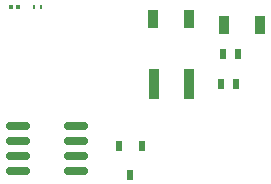
<source format=gbr>
%TF.GenerationSoftware,KiCad,Pcbnew,8.0.8*%
%TF.CreationDate,2025-02-03T20:56:19-05:00*%
%TF.ProjectId,RTDS Control Module,52544453-2043-46f6-9e74-726f6c204d6f,rev?*%
%TF.SameCoordinates,Original*%
%TF.FileFunction,Paste,Top*%
%TF.FilePolarity,Positive*%
%FSLAX46Y46*%
G04 Gerber Fmt 4.6, Leading zero omitted, Abs format (unit mm)*
G04 Created by KiCad (PCBNEW 8.0.8) date 2025-02-03 20:56:19*
%MOMM*%
%LPD*%
G01*
G04 APERTURE LIST*
G04 Aperture macros list*
%AMRoundRect*
0 Rectangle with rounded corners*
0 $1 Rounding radius*
0 $2 $3 $4 $5 $6 $7 $8 $9 X,Y pos of 4 corners*
0 Add a 4 corners polygon primitive as box body*
4,1,4,$2,$3,$4,$5,$6,$7,$8,$9,$2,$3,0*
0 Add four circle primitives for the rounded corners*
1,1,$1+$1,$2,$3*
1,1,$1+$1,$4,$5*
1,1,$1+$1,$6,$7*
1,1,$1+$1,$8,$9*
0 Add four rect primitives between the rounded corners*
20,1,$1+$1,$2,$3,$4,$5,0*
20,1,$1+$1,$4,$5,$6,$7,0*
20,1,$1+$1,$6,$7,$8,$9,0*
20,1,$1+$1,$8,$9,$2,$3,0*%
G04 Aperture macros list end*
%ADD10R,0.609600X0.889000*%
%ADD11R,0.558800X0.863600*%
%ADD12R,0.863600X1.600200*%
%ADD13R,0.250000X0.300000*%
%ADD14R,0.955600X2.500000*%
%ADD15R,0.380000X0.400000*%
%ADD16RoundRect,0.150000X-0.825000X-0.150000X0.825000X-0.150000X0.825000X0.150000X-0.825000X0.150000X0*%
%ADD17R,0.855600X1.600000*%
G04 APERTURE END LIST*
D10*
%TO.C,R4*%
X68512300Y-31900000D03*
X69807700Y-31900000D03*
%TD*%
D11*
%TO.C,U2*%
X61652500Y-39712400D03*
X59747500Y-39712400D03*
X60700000Y-42100000D03*
%TD*%
D12*
%TO.C,D1*%
X68636000Y-29400000D03*
X71684000Y-29400000D03*
%TD*%
D13*
%TO.C,R2*%
X52560000Y-27900000D03*
X53160000Y-27900000D03*
%TD*%
D14*
%TO.C,C1*%
X62682199Y-34400000D03*
X65637801Y-34400000D03*
%TD*%
D15*
%TO.C,R1*%
X50598000Y-27900000D03*
X51160000Y-27900000D03*
%TD*%
D16*
%TO.C,U1*%
X51185000Y-37995000D03*
X51185000Y-39265000D03*
X51185000Y-40535000D03*
X51185000Y-41805000D03*
X56135000Y-41805000D03*
X56135000Y-40535000D03*
X56135000Y-39265000D03*
X56135000Y-37995000D03*
%TD*%
D17*
%TO.C,C2*%
X62632199Y-28900000D03*
X65687801Y-28900000D03*
%TD*%
D10*
%TO.C,R3*%
X68364600Y-34400000D03*
X69660000Y-34400000D03*
%TD*%
M02*

</source>
